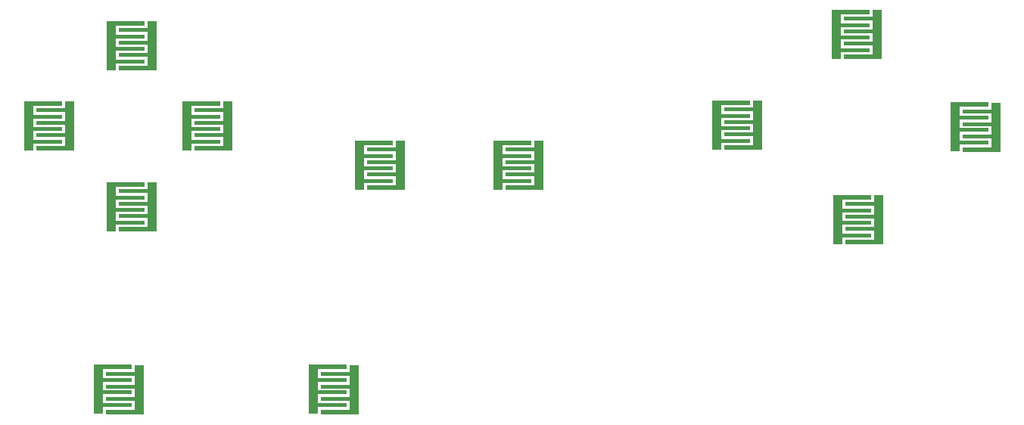
<source format=gtp>
G04 #@! TF.GenerationSoftware,KiCad,Pcbnew,8.0.9*
G04 #@! TF.CreationDate,2025-09-21T23:16:37+09:00*
G04 #@! TF.ProjectId,usb_sfc_pad,7573625f-7366-4635-9f70-61642e6b6963,rev?*
G04 #@! TF.SameCoordinates,Original*
G04 #@! TF.FileFunction,Paste,Top*
G04 #@! TF.FilePolarity,Positive*
%FSLAX46Y46*%
G04 Gerber Fmt 4.6, Leading zero omitted, Abs format (unit mm)*
G04 Created by KiCad (PCBNEW 8.0.9) date 2025-09-21 23:16:37*
%MOMM*%
%LPD*%
G01*
G04 APERTURE LIST*
G04 Aperture macros list*
%AMFreePoly0*
4,1,19,0.300000,-2.700000,-3.900000,-2.700000,-3.900000,-2.200000,-0.700000,-2.200000,-0.700000,-1.200000,-3.900000,-1.200000,-3.900000,-0.800000,-0.700000,-0.800000,-0.700000,0.200000,-3.900000,0.200000,-3.900000,0.600000,-0.700000,0.600000,-0.700000,1.600000,-3.900000,1.600000,-3.900000,2.000000,-0.700000,2.000000,-0.700000,2.800000,0.300000,2.800000,0.300000,-2.700000,0.300000,-2.700000,
$1*%
%AMFreePoly1*
4,1,19,3.900000,2.200000,0.700000,2.200000,0.700000,1.200000,3.900000,1.200000,3.900000,0.800000,0.700000,0.800000,0.700000,-0.200000,3.900000,-0.200000,3.900000,-0.600000,0.700000,-0.600000,0.700000,-1.600000,3.900000,-1.600000,3.900000,-2.000000,0.700000,-2.000000,0.700000,-2.800000,-0.300000,-2.800000,-0.300000,2.700000,3.900000,2.700000,3.900000,2.200000,3.900000,2.200000,
$1*%
G04 Aperture macros list end*
%ADD10FreePoly0,0.000000*%
%ADD11FreePoly1,0.000000*%
%ADD12FreePoly0,180.000000*%
%ADD13FreePoly1,180.000000*%
G04 APERTURE END LIST*
D10*
X144050000Y-111950000D03*
D11*
X139150000Y-111850000D03*
D12*
X109950000Y-136920640D03*
D13*
X114850000Y-137020640D03*
D10*
X107000000Y-107550000D03*
D11*
X102100000Y-107450000D03*
D10*
X124750000Y-107550000D03*
D11*
X119850000Y-107450000D03*
D10*
X197550000Y-118050000D03*
D11*
X192650000Y-117950000D03*
D10*
X116250000Y-116550000D03*
D11*
X111350000Y-116450000D03*
D10*
X116250000Y-98550000D03*
D11*
X111350000Y-98450000D03*
D12*
X133950000Y-136920640D03*
D13*
X138850000Y-137020640D03*
D10*
X183950000Y-107450000D03*
D11*
X179050000Y-107350000D03*
D10*
X210650000Y-107650000D03*
D11*
X205750000Y-107550000D03*
D10*
X159550000Y-111950000D03*
D11*
X154650000Y-111850000D03*
D10*
X197350000Y-97250000D03*
D11*
X192450000Y-97150000D03*
M02*

</source>
